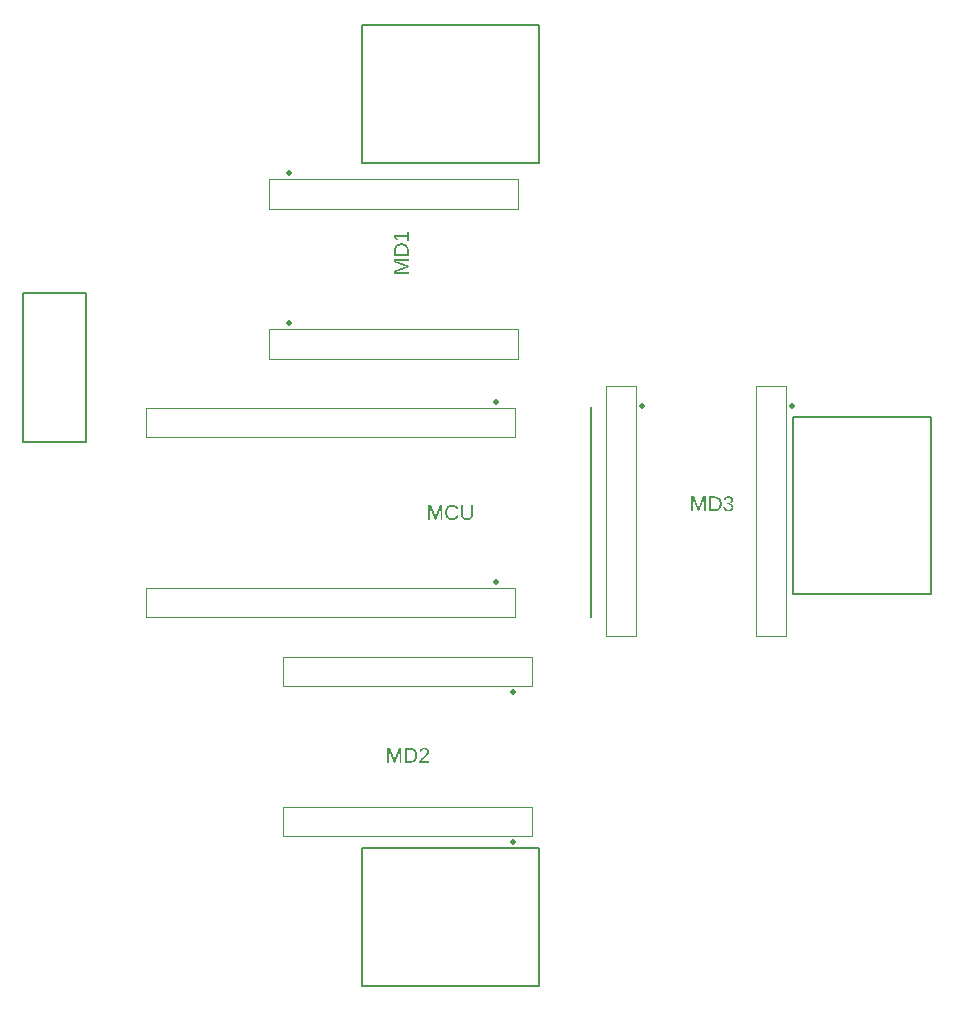
<source format=gbr>
G04 EAGLE Gerber RS-274X export*
G75*
%MOMM*%
%FSLAX44Y44*%
%LPD*%
%INSilkscreen Top*%
%IPPOS*%
%AMOC8*
5,1,8,0,0,1.08239X$1,22.5*%
G01*
G04 Define Apertures*
%ADD10C,0.120000*%
%ADD11C,0.500000*%
%ADD12C,0.127000*%
G36*
X352583Y366198D02*
X352548Y367853D01*
X352522Y368825D01*
X352811Y367862D01*
X353301Y366373D01*
X356533Y357965D01*
X357707Y357965D01*
X360895Y366373D01*
X361071Y366858D01*
X361258Y367428D01*
X361665Y368825D01*
X361606Y367538D01*
X361587Y366198D01*
X361587Y357965D01*
X363093Y357965D01*
X363093Y370305D01*
X360947Y370305D01*
X357724Y361748D01*
X357609Y361432D01*
X357422Y360850D01*
X357237Y360227D01*
X357129Y359786D01*
X356914Y360640D01*
X356749Y361213D01*
X356577Y361748D01*
X353292Y370305D01*
X351094Y370305D01*
X351094Y357965D01*
X352583Y357965D01*
X352583Y366198D01*
G37*
G36*
X384288Y357798D02*
X384662Y357825D01*
X385024Y357870D01*
X385372Y357933D01*
X385708Y358013D01*
X386031Y358112D01*
X386340Y358229D01*
X386637Y358363D01*
X386919Y358514D01*
X387184Y358682D01*
X387433Y358865D01*
X387666Y359065D01*
X387882Y359280D01*
X388082Y359512D01*
X388266Y359759D01*
X388433Y360023D01*
X388581Y360301D01*
X388710Y360592D01*
X388819Y360895D01*
X388909Y361212D01*
X388978Y361541D01*
X389028Y361883D01*
X389058Y362239D01*
X389068Y362607D01*
X389068Y370305D01*
X387403Y370305D01*
X387403Y362703D01*
X387389Y362280D01*
X387346Y361884D01*
X387273Y361513D01*
X387172Y361169D01*
X387042Y360851D01*
X386884Y360559D01*
X386696Y360293D01*
X386479Y360053D01*
X386237Y359841D01*
X385971Y359657D01*
X385682Y359501D01*
X385370Y359374D01*
X385035Y359274D01*
X384677Y359204D01*
X384296Y359161D01*
X383891Y359147D01*
X383498Y359161D01*
X383129Y359202D01*
X382783Y359270D01*
X382461Y359366D01*
X382163Y359489D01*
X381889Y359640D01*
X381639Y359817D01*
X381413Y360023D01*
X381211Y360254D01*
X381037Y360512D01*
X380889Y360794D01*
X380769Y361102D01*
X380675Y361436D01*
X380608Y361795D01*
X380568Y362179D01*
X380554Y362589D01*
X380554Y370305D01*
X378881Y370305D01*
X378881Y362449D01*
X378891Y362092D01*
X378920Y361747D01*
X378969Y361415D01*
X379037Y361096D01*
X379124Y360789D01*
X379231Y360495D01*
X379357Y360213D01*
X379503Y359944D01*
X379667Y359689D01*
X379846Y359450D01*
X380041Y359226D01*
X380252Y359018D01*
X380479Y358825D01*
X380722Y358648D01*
X380980Y358487D01*
X381255Y358341D01*
X381543Y358212D01*
X381844Y358100D01*
X382156Y358005D01*
X382481Y357927D01*
X382818Y357867D01*
X383166Y357824D01*
X383527Y357798D01*
X383900Y357789D01*
X384288Y357798D01*
G37*
G36*
X371937Y357802D02*
X372371Y357841D01*
X372792Y357906D01*
X373199Y357997D01*
X373592Y358114D01*
X373972Y358257D01*
X374337Y358426D01*
X374689Y358621D01*
X375024Y358841D01*
X375340Y359085D01*
X375637Y359353D01*
X375914Y359644D01*
X376172Y359959D01*
X376411Y360298D01*
X376631Y360661D01*
X376831Y361048D01*
X375464Y361731D01*
X375296Y361420D01*
X375118Y361129D01*
X374930Y360859D01*
X374731Y360608D01*
X374523Y360377D01*
X374305Y360167D01*
X374076Y359976D01*
X373837Y359806D01*
X373589Y359656D01*
X373330Y359525D01*
X373061Y359415D01*
X372783Y359325D01*
X372494Y359255D01*
X372195Y359205D01*
X371886Y359174D01*
X371567Y359164D01*
X371074Y359186D01*
X370607Y359251D01*
X370167Y359358D01*
X369753Y359509D01*
X369365Y359703D01*
X369002Y359940D01*
X368667Y360221D01*
X368357Y360544D01*
X368079Y360903D01*
X367838Y361289D01*
X367634Y361704D01*
X367467Y362146D01*
X367337Y362615D01*
X367244Y363113D01*
X367189Y363639D01*
X367170Y364192D01*
X367188Y364750D01*
X367241Y365278D01*
X367330Y365776D01*
X367455Y366242D01*
X367615Y366679D01*
X367810Y367085D01*
X368042Y367460D01*
X368309Y367805D01*
X368608Y368114D01*
X368935Y368381D01*
X369291Y368608D01*
X369675Y368793D01*
X370088Y368938D01*
X370529Y369041D01*
X370999Y369102D01*
X371497Y369123D01*
X371817Y369114D01*
X372127Y369087D01*
X372426Y369043D01*
X372713Y368981D01*
X372989Y368901D01*
X373255Y368803D01*
X373509Y368687D01*
X373752Y368554D01*
X373981Y368403D01*
X374195Y368237D01*
X374392Y368055D01*
X374572Y367857D01*
X374736Y367644D01*
X374884Y367414D01*
X375016Y367168D01*
X375132Y366907D01*
X376717Y367432D01*
X376550Y367800D01*
X376362Y368144D01*
X376152Y368464D01*
X375920Y368762D01*
X375666Y369036D01*
X375390Y369287D01*
X375092Y369514D01*
X374772Y369718D01*
X374432Y369899D01*
X374071Y370056D01*
X373689Y370188D01*
X373288Y370297D01*
X372866Y370381D01*
X372424Y370441D01*
X371962Y370477D01*
X371479Y370489D01*
X371131Y370483D01*
X370793Y370463D01*
X370465Y370430D01*
X370146Y370385D01*
X369836Y370326D01*
X369536Y370254D01*
X369246Y370169D01*
X368966Y370071D01*
X368694Y369960D01*
X368433Y369836D01*
X368181Y369699D01*
X367939Y369548D01*
X367483Y369208D01*
X367065Y368816D01*
X366691Y368378D01*
X366368Y367900D01*
X366094Y367382D01*
X365975Y367108D01*
X365869Y366824D01*
X365776Y366530D01*
X365695Y366226D01*
X365627Y365912D01*
X365570Y365588D01*
X365527Y365254D01*
X365496Y364910D01*
X365477Y364556D01*
X365471Y364192D01*
X365482Y363707D01*
X365515Y363240D01*
X365571Y362788D01*
X365649Y362354D01*
X365750Y361935D01*
X365872Y361534D01*
X366017Y361149D01*
X366185Y360780D01*
X366373Y360431D01*
X366582Y360102D01*
X366811Y359793D01*
X367061Y359506D01*
X367330Y359239D01*
X367620Y358994D01*
X367930Y358769D01*
X368260Y358564D01*
X368609Y358383D01*
X368973Y358225D01*
X369353Y358092D01*
X369748Y357983D01*
X370160Y357898D01*
X370587Y357838D01*
X371029Y357801D01*
X371488Y357789D01*
X371937Y357802D01*
G37*
G36*
X336382Y152269D02*
X336809Y152305D01*
X337223Y152365D01*
X337623Y152448D01*
X338011Y152555D01*
X338385Y152686D01*
X338747Y152841D01*
X339095Y153019D01*
X339427Y153220D01*
X339739Y153442D01*
X340032Y153685D01*
X340306Y153949D01*
X340560Y154234D01*
X340794Y154539D01*
X341010Y154866D01*
X341206Y155214D01*
X341380Y155579D01*
X341531Y155959D01*
X341659Y156355D01*
X341764Y156765D01*
X341845Y157190D01*
X341903Y157630D01*
X341938Y158085D01*
X341950Y158555D01*
X341943Y158912D01*
X341923Y159259D01*
X341890Y159595D01*
X341844Y159922D01*
X341784Y160237D01*
X341710Y160543D01*
X341624Y160838D01*
X341524Y161122D01*
X341411Y161397D01*
X341285Y161660D01*
X341145Y161914D01*
X340992Y162157D01*
X340825Y162390D01*
X340646Y162612D01*
X340453Y162824D01*
X340246Y163026D01*
X340028Y163217D01*
X339798Y163395D01*
X339557Y163560D01*
X339305Y163714D01*
X339042Y163855D01*
X338767Y163984D01*
X338482Y164101D01*
X338185Y164205D01*
X337877Y164297D01*
X337558Y164377D01*
X337227Y164445D01*
X336886Y164500D01*
X336533Y164543D01*
X336169Y164574D01*
X335794Y164592D01*
X335407Y164598D01*
X331326Y164598D01*
X331326Y152258D01*
X335942Y152258D01*
X336382Y152269D01*
G37*
%LPC*%
G36*
X332999Y153598D02*
X332999Y163258D01*
X335372Y163258D01*
X335950Y163239D01*
X336493Y163183D01*
X337001Y163089D01*
X337473Y162957D01*
X337911Y162788D01*
X338313Y162581D01*
X338680Y162336D01*
X339012Y162054D01*
X339306Y161736D01*
X339561Y161384D01*
X339777Y160997D01*
X339954Y160577D01*
X340092Y160123D01*
X340190Y159634D01*
X340249Y159112D01*
X340268Y158555D01*
X340260Y158180D01*
X340234Y157818D01*
X340191Y157469D01*
X340130Y157132D01*
X340053Y156807D01*
X339958Y156496D01*
X339846Y156196D01*
X339717Y155910D01*
X339571Y155638D01*
X339411Y155382D01*
X339236Y155143D01*
X339045Y154920D01*
X338840Y154714D01*
X338620Y154524D01*
X338385Y154350D01*
X338136Y154193D01*
X337873Y154054D01*
X337601Y153933D01*
X337318Y153830D01*
X337024Y153746D01*
X336721Y153681D01*
X336407Y153635D01*
X336083Y153607D01*
X335749Y153598D01*
X332999Y153598D01*
G37*
%LPD*%
G36*
X317877Y160491D02*
X317842Y162146D01*
X317816Y163118D01*
X318105Y162155D01*
X318596Y160666D01*
X321827Y152258D01*
X323001Y152258D01*
X326189Y160666D01*
X326365Y161151D01*
X326553Y161721D01*
X326960Y163118D01*
X326901Y161831D01*
X326881Y160491D01*
X326881Y152258D01*
X328388Y152258D01*
X328388Y164598D01*
X326242Y164598D01*
X323019Y156041D01*
X322904Y155725D01*
X322716Y155143D01*
X322531Y154520D01*
X322423Y154079D01*
X322208Y154933D01*
X322043Y155506D01*
X321871Y156041D01*
X318587Y164598D01*
X316388Y164598D01*
X316388Y152258D01*
X317877Y152258D01*
X317877Y160491D01*
G37*
G36*
X351866Y153598D02*
X345428Y153598D01*
X345580Y153907D01*
X345774Y154223D01*
X346010Y154544D01*
X346287Y154872D01*
X346610Y155213D01*
X346985Y155574D01*
X347412Y155955D01*
X347889Y156356D01*
X348731Y157052D01*
X349424Y157651D01*
X349970Y158151D01*
X350368Y158555D01*
X350672Y158910D01*
X350936Y159264D01*
X351160Y159619D01*
X351345Y159974D01*
X351488Y160329D01*
X351591Y160685D01*
X351653Y161043D01*
X351673Y161401D01*
X351657Y161795D01*
X351610Y162165D01*
X351532Y162513D01*
X351422Y162837D01*
X351281Y163138D01*
X351109Y163416D01*
X350905Y163670D01*
X350670Y163902D01*
X350406Y164108D01*
X350115Y164287D01*
X349797Y164438D01*
X349452Y164562D01*
X349080Y164658D01*
X348681Y164727D01*
X348255Y164768D01*
X347802Y164782D01*
X347387Y164769D01*
X346991Y164727D01*
X346614Y164659D01*
X346257Y164563D01*
X345919Y164440D01*
X345600Y164290D01*
X345301Y164112D01*
X345021Y163906D01*
X344765Y163678D01*
X344537Y163431D01*
X344337Y163164D01*
X344166Y162879D01*
X344023Y162575D01*
X343908Y162253D01*
X343822Y161911D01*
X343764Y161550D01*
X345376Y161401D01*
X345413Y161642D01*
X345466Y161869D01*
X345537Y162082D01*
X345624Y162281D01*
X345728Y162466D01*
X345850Y162637D01*
X345987Y162795D01*
X346142Y162939D01*
X346311Y163067D01*
X346491Y163178D01*
X346681Y163272D01*
X346883Y163349D01*
X347096Y163409D01*
X347320Y163452D01*
X347556Y163477D01*
X347802Y163486D01*
X348060Y163477D01*
X348303Y163451D01*
X348531Y163407D01*
X348746Y163346D01*
X348945Y163267D01*
X349130Y163171D01*
X349301Y163057D01*
X349457Y162925D01*
X349597Y162778D01*
X349718Y162617D01*
X349820Y162441D01*
X349904Y162251D01*
X349969Y162047D01*
X350016Y161828D01*
X350043Y161596D01*
X350053Y161349D01*
X350031Y160982D01*
X349966Y160635D01*
X349858Y160308D01*
X349707Y160000D01*
X349520Y159706D01*
X349307Y159418D01*
X349067Y159136D01*
X348800Y158861D01*
X348206Y158318D01*
X347543Y157775D01*
X346844Y157209D01*
X346138Y156597D01*
X345787Y156271D01*
X345445Y155925D01*
X345111Y155561D01*
X344785Y155178D01*
X344475Y154771D01*
X344190Y154334D01*
X343930Y153867D01*
X343694Y153370D01*
X343694Y152258D01*
X351866Y152258D01*
X351866Y153598D01*
G37*
G36*
X594034Y365282D02*
X594461Y365318D01*
X594875Y365378D01*
X595275Y365461D01*
X595663Y365568D01*
X596037Y365699D01*
X596399Y365854D01*
X596747Y366032D01*
X597079Y366233D01*
X597391Y366455D01*
X597684Y366698D01*
X597958Y366962D01*
X598212Y367247D01*
X598446Y367552D01*
X598662Y367879D01*
X598858Y368227D01*
X599032Y368592D01*
X599183Y368972D01*
X599311Y369368D01*
X599416Y369778D01*
X599497Y370203D01*
X599555Y370643D01*
X599590Y371098D01*
X599602Y371568D01*
X599595Y371925D01*
X599575Y372272D01*
X599542Y372608D01*
X599496Y372935D01*
X599436Y373250D01*
X599362Y373556D01*
X599276Y373851D01*
X599176Y374135D01*
X599063Y374410D01*
X598937Y374673D01*
X598797Y374927D01*
X598644Y375170D01*
X598477Y375403D01*
X598298Y375625D01*
X598105Y375837D01*
X597898Y376039D01*
X597680Y376230D01*
X597450Y376408D01*
X597209Y376573D01*
X596957Y376727D01*
X596694Y376868D01*
X596419Y376997D01*
X596134Y377114D01*
X595837Y377218D01*
X595529Y377310D01*
X595210Y377390D01*
X594879Y377458D01*
X594538Y377513D01*
X594185Y377556D01*
X593821Y377587D01*
X593446Y377605D01*
X593059Y377611D01*
X588978Y377611D01*
X588978Y365271D01*
X593594Y365271D01*
X594034Y365282D01*
G37*
%LPC*%
G36*
X590651Y366611D02*
X590651Y376271D01*
X593024Y376271D01*
X593602Y376252D01*
X594145Y376196D01*
X594653Y376102D01*
X595125Y375970D01*
X595563Y375801D01*
X595965Y375594D01*
X596332Y375349D01*
X596664Y375067D01*
X596958Y374749D01*
X597213Y374397D01*
X597429Y374010D01*
X597606Y373590D01*
X597744Y373136D01*
X597842Y372647D01*
X597901Y372125D01*
X597920Y371568D01*
X597912Y371193D01*
X597886Y370831D01*
X597843Y370482D01*
X597782Y370145D01*
X597705Y369820D01*
X597610Y369509D01*
X597498Y369209D01*
X597369Y368923D01*
X597223Y368651D01*
X597063Y368395D01*
X596888Y368156D01*
X596697Y367933D01*
X596492Y367727D01*
X596272Y367537D01*
X596037Y367363D01*
X595788Y367206D01*
X595525Y367067D01*
X595253Y366946D01*
X594970Y366843D01*
X594676Y366759D01*
X594373Y366694D01*
X594059Y366648D01*
X593735Y366620D01*
X593401Y366611D01*
X590651Y366611D01*
G37*
%LPD*%
G36*
X575529Y373504D02*
X575494Y375159D01*
X575468Y376131D01*
X575757Y375168D01*
X576248Y373679D01*
X579479Y365271D01*
X580653Y365271D01*
X583841Y373679D01*
X584017Y374164D01*
X584205Y374734D01*
X584612Y376131D01*
X584553Y374844D01*
X584533Y373504D01*
X584533Y365271D01*
X586040Y365271D01*
X586040Y377611D01*
X583894Y377611D01*
X580671Y369054D01*
X580556Y368738D01*
X580368Y368156D01*
X580183Y367533D01*
X580075Y367092D01*
X579860Y367946D01*
X579695Y368519D01*
X579523Y369054D01*
X576239Y377611D01*
X574040Y377611D01*
X574040Y365271D01*
X575529Y365271D01*
X575529Y373504D01*
G37*
G36*
X605934Y365110D02*
X606394Y365154D01*
X606825Y365227D01*
X607227Y365330D01*
X607601Y365461D01*
X607945Y365622D01*
X608260Y365813D01*
X608546Y366032D01*
X608800Y366279D01*
X609021Y366549D01*
X609207Y366844D01*
X609360Y367162D01*
X609479Y367505D01*
X609564Y367872D01*
X609615Y368263D01*
X609632Y368678D01*
X609620Y368967D01*
X609584Y369244D01*
X609523Y369508D01*
X609439Y369759D01*
X609331Y369998D01*
X609198Y370225D01*
X609042Y370438D01*
X608861Y370639D01*
X608659Y370825D01*
X608437Y370990D01*
X608197Y371135D01*
X607937Y371261D01*
X607658Y371368D01*
X607360Y371454D01*
X607043Y371521D01*
X606706Y371568D01*
X606706Y371603D01*
X607012Y371676D01*
X607299Y371764D01*
X607568Y371867D01*
X607818Y371985D01*
X608049Y372118D01*
X608261Y372266D01*
X608454Y372428D01*
X608629Y372606D01*
X608784Y372798D01*
X608918Y373003D01*
X609032Y373223D01*
X609125Y373456D01*
X609197Y373704D01*
X609249Y373965D01*
X609280Y374240D01*
X609290Y374528D01*
X609274Y374903D01*
X609226Y375257D01*
X609145Y375589D01*
X609033Y375900D01*
X608888Y376190D01*
X608711Y376459D01*
X608502Y376706D01*
X608261Y376933D01*
X607991Y377135D01*
X607695Y377310D01*
X607373Y377458D01*
X607025Y377580D01*
X606651Y377674D01*
X606252Y377741D01*
X605826Y377782D01*
X605375Y377795D01*
X604960Y377782D01*
X604564Y377742D01*
X604187Y377676D01*
X603830Y377583D01*
X603492Y377463D01*
X603174Y377317D01*
X602874Y377145D01*
X602594Y376946D01*
X602338Y376723D01*
X602110Y376479D01*
X601910Y376215D01*
X601739Y375930D01*
X601596Y375624D01*
X601482Y375297D01*
X601395Y374949D01*
X601337Y374581D01*
X602923Y374458D01*
X602957Y374694D01*
X603009Y374917D01*
X603077Y375126D01*
X603162Y375321D01*
X603264Y375502D01*
X603383Y375670D01*
X603519Y375824D01*
X603671Y375965D01*
X603839Y376090D01*
X604018Y376198D01*
X604210Y376290D01*
X604415Y376365D01*
X604632Y376424D01*
X604861Y376466D01*
X605103Y376491D01*
X605358Y376499D01*
X605636Y376490D01*
X605896Y376463D01*
X606139Y376418D01*
X606364Y376356D01*
X606571Y376275D01*
X606761Y376176D01*
X606933Y376060D01*
X607087Y375925D01*
X607224Y375775D01*
X607342Y375612D01*
X607442Y375437D01*
X607524Y375248D01*
X607588Y375046D01*
X607633Y374831D01*
X607661Y374603D01*
X607670Y374362D01*
X607659Y374119D01*
X607625Y373890D01*
X607569Y373674D01*
X607491Y373472D01*
X607391Y373283D01*
X607268Y373108D01*
X607123Y372946D01*
X606956Y372798D01*
X606768Y372666D01*
X606563Y372551D01*
X606339Y372454D01*
X606097Y372375D01*
X605836Y372313D01*
X605558Y372269D01*
X605261Y372242D01*
X604946Y372234D01*
X604088Y372234D01*
X604088Y370867D01*
X604981Y370867D01*
X605336Y370858D01*
X605669Y370832D01*
X605981Y370788D01*
X606272Y370726D01*
X606541Y370647D01*
X606788Y370549D01*
X607014Y370435D01*
X607219Y370302D01*
X607400Y370154D01*
X607558Y369992D01*
X607691Y369816D01*
X607800Y369627D01*
X607885Y369423D01*
X607945Y369206D01*
X607982Y368975D01*
X607994Y368730D01*
X607983Y368450D01*
X607951Y368188D01*
X607898Y367943D01*
X607824Y367716D01*
X607729Y367507D01*
X607612Y367316D01*
X607474Y367143D01*
X607315Y366987D01*
X607137Y366850D01*
X606944Y366730D01*
X606734Y366630D01*
X606508Y366547D01*
X606266Y366483D01*
X606009Y366437D01*
X605735Y366410D01*
X605445Y366400D01*
X605156Y366409D01*
X604884Y366435D01*
X604627Y366477D01*
X604387Y366537D01*
X604163Y366614D01*
X603954Y366708D01*
X603762Y366819D01*
X603586Y366948D01*
X603426Y367093D01*
X603282Y367256D01*
X603154Y367435D01*
X603043Y367632D01*
X602947Y367846D01*
X602867Y368077D01*
X602804Y368325D01*
X602756Y368590D01*
X601127Y368441D01*
X601194Y368040D01*
X601289Y367664D01*
X601412Y367313D01*
X601564Y366988D01*
X601744Y366688D01*
X601952Y366414D01*
X602189Y366164D01*
X602454Y365941D01*
X602745Y365742D01*
X603060Y365571D01*
X603398Y365425D01*
X603760Y365307D01*
X604146Y365214D01*
X604555Y365148D01*
X604988Y365109D01*
X605445Y365095D01*
X605934Y365110D01*
G37*
G36*
X334562Y585934D02*
X334550Y586374D01*
X334514Y586801D01*
X334455Y587215D01*
X334372Y587616D01*
X334264Y588003D01*
X334133Y588378D01*
X333979Y588739D01*
X333800Y589087D01*
X333599Y589419D01*
X333377Y589731D01*
X333134Y590024D01*
X332871Y590298D01*
X332586Y590552D01*
X332280Y590787D01*
X331954Y591002D01*
X331606Y591198D01*
X331241Y591372D01*
X330860Y591524D01*
X330465Y591652D01*
X330055Y591756D01*
X329630Y591838D01*
X329189Y591896D01*
X328735Y591931D01*
X328265Y591942D01*
X327907Y591936D01*
X327561Y591916D01*
X327224Y591882D01*
X326898Y591836D01*
X326582Y591776D01*
X326277Y591703D01*
X325982Y591616D01*
X325697Y591516D01*
X325423Y591403D01*
X325159Y591277D01*
X324906Y591137D01*
X324662Y590984D01*
X324430Y590818D01*
X324207Y590638D01*
X323995Y590445D01*
X323793Y590239D01*
X323603Y590020D01*
X323425Y589791D01*
X323259Y589550D01*
X323106Y589298D01*
X322964Y589034D01*
X322835Y588760D01*
X322719Y588474D01*
X322614Y588177D01*
X322522Y587869D01*
X322442Y587550D01*
X322375Y587220D01*
X322320Y586878D01*
X322277Y586525D01*
X322246Y586161D01*
X322227Y585786D01*
X322221Y585400D01*
X322221Y581318D01*
X334562Y581318D01*
X334562Y585934D01*
G37*
%LPC*%
G36*
X323561Y582991D02*
X323561Y585365D01*
X323580Y585943D01*
X323637Y586485D01*
X323731Y586993D01*
X323862Y587466D01*
X324032Y587903D01*
X324239Y588305D01*
X324483Y588672D01*
X324766Y589004D01*
X325084Y589298D01*
X325436Y589554D01*
X325822Y589770D01*
X326243Y589946D01*
X326697Y590084D01*
X327185Y590182D01*
X327708Y590241D01*
X328265Y590261D01*
X328639Y590252D01*
X329001Y590226D01*
X329351Y590183D01*
X329688Y590123D01*
X330012Y590045D01*
X330324Y589950D01*
X330623Y589838D01*
X330910Y589709D01*
X331182Y589563D01*
X331437Y589403D01*
X331677Y589228D01*
X331899Y589038D01*
X332106Y588833D01*
X332296Y588613D01*
X332469Y588378D01*
X332626Y588128D01*
X332766Y587866D01*
X332887Y587593D01*
X332989Y587310D01*
X333073Y587017D01*
X333138Y586713D01*
X333185Y586400D01*
X333213Y586076D01*
X333222Y585741D01*
X333222Y582991D01*
X323561Y582991D01*
G37*
%LPD*%
G36*
X334562Y567870D02*
X326329Y567870D01*
X324674Y567835D01*
X323701Y567808D01*
X324665Y568097D01*
X326154Y568588D01*
X334562Y571820D01*
X334562Y572993D01*
X326154Y576182D01*
X325669Y576358D01*
X325098Y576545D01*
X323701Y576952D01*
X324989Y576893D01*
X326329Y576873D01*
X334562Y576873D01*
X334562Y578380D01*
X322221Y578380D01*
X322221Y576234D01*
X330778Y573011D01*
X331095Y572896D01*
X331676Y572709D01*
X332299Y572524D01*
X332740Y572415D01*
X331886Y572201D01*
X331314Y572035D01*
X330778Y571864D01*
X322221Y568579D01*
X322221Y566381D01*
X334562Y566381D01*
X334562Y567870D01*
G37*
G36*
X334562Y601884D02*
X333222Y601884D01*
X333222Y598880D01*
X322221Y598880D01*
X322221Y597426D01*
X324227Y594510D01*
X325716Y594510D01*
X323728Y597295D01*
X333222Y597295D01*
X333222Y594151D01*
X334562Y594151D01*
X334562Y601884D01*
G37*
D10*
X424847Y452815D02*
X424847Y427815D01*
X112047Y427815D01*
X112047Y452815D01*
X424847Y452815D01*
D11*
X408147Y457855D03*
D10*
X424847Y300415D02*
X424847Y275415D01*
X112047Y275415D01*
X112047Y300415D01*
X424847Y300415D01*
D11*
X408147Y305455D03*
D12*
X488647Y275215D02*
X488647Y453015D01*
D10*
X439453Y241948D02*
X439453Y216948D01*
X228253Y216948D01*
X228253Y241948D01*
X439453Y241948D01*
D11*
X422753Y211908D03*
D10*
X439453Y114948D02*
X439453Y89948D01*
X228253Y89948D01*
X228253Y114948D01*
X439453Y114948D01*
D11*
X422753Y84908D03*
D10*
X501815Y470871D02*
X526815Y470871D01*
X526815Y259671D01*
X501815Y259671D01*
X501815Y470871D01*
D11*
X531855Y454171D03*
D10*
X628815Y470871D02*
X653815Y470871D01*
X653815Y259671D01*
X628815Y259671D01*
X628815Y470871D01*
D11*
X658855Y454171D03*
D10*
X216262Y494155D02*
X216262Y519155D01*
X427462Y519155D01*
X427462Y494155D01*
X216262Y494155D01*
D11*
X232962Y524195D03*
D10*
X216262Y621155D02*
X216262Y646155D01*
X427462Y646155D01*
X427462Y621155D01*
X216262Y621155D01*
D11*
X232962Y651195D03*
D12*
X445000Y80000D02*
X445000Y-37000D01*
X295000Y-37000D01*
X295000Y80000D01*
X445000Y80000D01*
X660000Y445000D02*
X777000Y445000D01*
X777000Y295000D01*
X660000Y295000D01*
X660000Y445000D01*
X295000Y660000D02*
X295000Y777000D01*
X445000Y777000D01*
X445000Y660000D01*
X295000Y660000D01*
X61500Y424000D02*
X8500Y424000D01*
X61500Y424000D02*
X61500Y550000D01*
X8500Y550000D01*
X8500Y424000D01*
M02*

</source>
